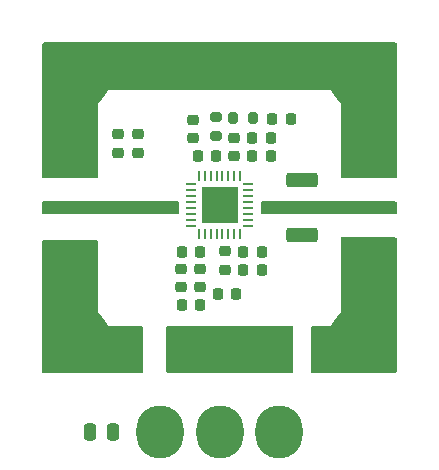
<source format=gbr>
%TF.GenerationSoftware,KiCad,Pcbnew,(6.0.5)*%
%TF.CreationDate,2025-03-15T15:53:08+01:00*%
%TF.ProjectId,PMA5-123-3W,504d4135-2d31-4323-932d-33572e6b6963,rev?*%
%TF.SameCoordinates,Original*%
%TF.FileFunction,Soldermask,Top*%
%TF.FilePolarity,Negative*%
%FSLAX46Y46*%
G04 Gerber Fmt 4.6, Leading zero omitted, Abs format (unit mm)*
G04 Created by KiCad (PCBNEW (6.0.5)) date 2025-03-15 15:53:08*
%MOMM*%
%LPD*%
G01*
G04 APERTURE LIST*
G04 Aperture macros list*
%AMRoundRect*
0 Rectangle with rounded corners*
0 $1 Rounding radius*
0 $2 $3 $4 $5 $6 $7 $8 $9 X,Y pos of 4 corners*
0 Add a 4 corners polygon primitive as box body*
4,1,4,$2,$3,$4,$5,$6,$7,$8,$9,$2,$3,0*
0 Add four circle primitives for the rounded corners*
1,1,$1+$1,$2,$3*
1,1,$1+$1,$4,$5*
1,1,$1+$1,$6,$7*
1,1,$1+$1,$8,$9*
0 Add four rect primitives between the rounded corners*
20,1,$1+$1,$2,$3,$4,$5,0*
20,1,$1+$1,$4,$5,$6,$7,0*
20,1,$1+$1,$6,$7,$8,$9,0*
20,1,$1+$1,$8,$9,$2,$3,0*%
G04 Aperture macros list end*
%ADD10RoundRect,0.225000X0.225000X0.250000X-0.225000X0.250000X-0.225000X-0.250000X0.225000X-0.250000X0*%
%ADD11RoundRect,0.062500X0.375000X0.062500X-0.375000X0.062500X-0.375000X-0.062500X0.375000X-0.062500X0*%
%ADD12RoundRect,0.062500X0.062500X0.375000X-0.062500X0.375000X-0.062500X-0.375000X0.062500X-0.375000X0*%
%ADD13R,3.100000X3.100000*%
%ADD14RoundRect,0.225000X-0.250000X0.225000X-0.250000X-0.225000X0.250000X-0.225000X0.250000X0.225000X0*%
%ADD15RoundRect,0.225000X-0.225000X-0.250000X0.225000X-0.250000X0.225000X0.250000X-0.225000X0.250000X0*%
%ADD16RoundRect,0.225000X0.250000X-0.225000X0.250000X0.225000X-0.250000X0.225000X-0.250000X-0.225000X0*%
%ADD17RoundRect,0.218750X0.218750X0.256250X-0.218750X0.256250X-0.218750X-0.256250X0.218750X-0.256250X0*%
%ADD18R,4.700000X1.100000*%
%ADD19R,4.700000X4.000000*%
%ADD20C,0.800000*%
%ADD21C,5.400000*%
%ADD22RoundRect,0.250000X-1.075000X0.362500X-1.075000X-0.362500X1.075000X-0.362500X1.075000X0.362500X0*%
%ADD23RoundRect,0.200000X0.200000X0.275000X-0.200000X0.275000X-0.200000X-0.275000X0.200000X-0.275000X0*%
%ADD24RoundRect,0.218750X0.256250X-0.218750X0.256250X0.218750X-0.256250X0.218750X-0.256250X-0.218750X0*%
%ADD25O,4.000000X4.500000*%
%ADD26RoundRect,0.250000X0.250000X0.475000X-0.250000X0.475000X-0.250000X-0.475000X0.250000X-0.475000X0*%
%ADD27RoundRect,0.200000X0.275000X-0.200000X0.275000X0.200000X-0.275000X0.200000X-0.275000X-0.200000X0*%
G04 APERTURE END LIST*
D10*
%TO.C,C16*%
X170725000Y-46612740D03*
X169175000Y-46612740D03*
%TD*%
D11*
%TO.C,U4*%
X173437500Y-52500000D03*
X173437500Y-52000000D03*
X173437500Y-51500000D03*
X173437500Y-51000000D03*
X173437500Y-50500000D03*
X173437500Y-50000000D03*
X173437500Y-49500000D03*
X173437500Y-49000000D03*
D12*
X172750000Y-48312500D03*
X172250000Y-48312500D03*
X171750000Y-48312500D03*
X171250000Y-48312500D03*
X170750000Y-48312500D03*
X170250000Y-48312500D03*
X169750000Y-48312500D03*
X169250000Y-48312500D03*
D11*
X168562500Y-49000000D03*
X168562500Y-49500000D03*
X168562500Y-50000000D03*
X168562500Y-50500000D03*
X168562500Y-51000000D03*
X168562500Y-51500000D03*
X168562500Y-52000000D03*
X168562500Y-52500000D03*
D12*
X169250000Y-53187500D03*
X169750000Y-53187500D03*
X170250000Y-53187500D03*
X170750000Y-53187500D03*
X171250000Y-53187500D03*
X171750000Y-53187500D03*
X172250000Y-53187500D03*
X172750000Y-53187500D03*
D13*
X171000000Y-50750000D03*
%TD*%
D14*
%TO.C,C18*%
X167775000Y-56175000D03*
X167775000Y-57725000D03*
%TD*%
D15*
%TO.C,C13*%
X175475000Y-43500000D03*
X177025000Y-43500000D03*
%TD*%
D16*
%TO.C,C19*%
X164100000Y-46325000D03*
X164100000Y-44775000D03*
%TD*%
D17*
%TO.C,L1*%
X172412500Y-58300000D03*
X170837500Y-58300000D03*
%TD*%
D18*
%TO.C,J3*%
X183640000Y-51000000D03*
D19*
X183640000Y-55750000D03*
X183640000Y-46250000D03*
%TD*%
D20*
%TO.C,H5*%
X157568109Y-60568109D03*
X161025000Y-62000000D03*
X159000000Y-64025000D03*
X160431891Y-63431891D03*
X159000000Y-59975000D03*
X156975000Y-62000000D03*
X160431891Y-60568109D03*
X157568109Y-63431891D03*
D21*
X159000000Y-62000000D03*
%TD*%
D15*
%TO.C,C6*%
X173025000Y-56300000D03*
X174575000Y-56300000D03*
%TD*%
D22*
%TO.C,R13*%
X178000000Y-48687500D03*
X178000000Y-53312500D03*
%TD*%
D14*
%TO.C,C14*%
X171500000Y-54675000D03*
X171500000Y-56225000D03*
%TD*%
D16*
%TO.C,C8*%
X172237740Y-46637740D03*
X172237740Y-45087740D03*
%TD*%
D20*
%TO.C,H1*%
X183000000Y-37975000D03*
X184431891Y-41431891D03*
X184431891Y-38568109D03*
X181568109Y-41431891D03*
X180975000Y-40000000D03*
X183000000Y-42025000D03*
X185025000Y-40000000D03*
D21*
X183000000Y-40000000D03*
D20*
X181568109Y-38568109D03*
%TD*%
%TO.C,H4*%
X160431891Y-38568109D03*
X160431891Y-41431891D03*
X159000000Y-42025000D03*
X157568109Y-38568109D03*
X161025000Y-40000000D03*
X159000000Y-37975000D03*
X157568109Y-41431891D03*
X156975000Y-40000000D03*
D21*
X159000000Y-40000000D03*
%TD*%
D23*
%TO.C,R5*%
X173812740Y-43400000D03*
X172162740Y-43400000D03*
%TD*%
D15*
%TO.C,C11*%
X173025000Y-54700000D03*
X174575000Y-54700000D03*
%TD*%
D24*
%TO.C,L2*%
X169350000Y-57725000D03*
X169350000Y-56150000D03*
%TD*%
D25*
%TO.C,J1*%
X176000000Y-70000000D03*
X171000000Y-70000000D03*
X166000000Y-70000000D03*
%TD*%
D10*
%TO.C,C10*%
X169375000Y-59212500D03*
X167825000Y-59212500D03*
%TD*%
D15*
%TO.C,C7*%
X173775000Y-46650000D03*
X175325000Y-46650000D03*
%TD*%
D18*
%TO.C,J5*%
X158360000Y-51000000D03*
D19*
X158360000Y-55750000D03*
X158360000Y-46250000D03*
%TD*%
D16*
%TO.C,C20*%
X162400000Y-46325000D03*
X162400000Y-44775000D03*
%TD*%
D15*
%TO.C,C4*%
X173775000Y-45050000D03*
X175325000Y-45050000D03*
%TD*%
D26*
%TO.C,C1*%
X161950000Y-70000000D03*
X160050000Y-70000000D03*
%TD*%
D14*
%TO.C,C15*%
X168770000Y-43565000D03*
X168770000Y-45115000D03*
%TD*%
D27*
%TO.C,R8*%
X170700000Y-44925000D03*
X170700000Y-43275000D03*
%TD*%
D10*
%TO.C,C17*%
X169350000Y-54700000D03*
X167800000Y-54700000D03*
%TD*%
D20*
%TO.C,H6*%
X181568109Y-63431891D03*
X181568109Y-60568109D03*
X183000000Y-64025000D03*
X184431891Y-63431891D03*
X183000000Y-59975000D03*
X180975000Y-62000000D03*
X184431891Y-60568109D03*
X185025000Y-62000000D03*
D21*
X183000000Y-62000000D03*
%TD*%
G36*
X185942121Y-50470002D02*
G01*
X185988614Y-50523658D01*
X186000000Y-50576000D01*
X186000000Y-51424000D01*
X185979998Y-51492121D01*
X185926342Y-51538614D01*
X185874000Y-51550000D01*
X174626000Y-51550000D01*
X174557879Y-51529998D01*
X174511386Y-51476342D01*
X174500000Y-51424000D01*
X174500000Y-50576000D01*
X174520002Y-50507879D01*
X174573658Y-50461386D01*
X174626000Y-50450000D01*
X185874000Y-50450000D01*
X185942121Y-50470002D01*
G37*
G36*
X160692121Y-53770002D02*
G01*
X160738614Y-53823658D01*
X160750000Y-53876000D01*
X160750000Y-60981885D01*
X160754475Y-60997124D01*
X160755865Y-60998329D01*
X160763548Y-61000000D01*
X164374000Y-61000000D01*
X164442121Y-61020002D01*
X164488614Y-61073658D01*
X164500000Y-61126000D01*
X164500000Y-64874000D01*
X164479998Y-64942121D01*
X164426342Y-64988614D01*
X164374000Y-65000000D01*
X156126000Y-65000000D01*
X156057879Y-64979998D01*
X156011386Y-64926342D01*
X156000000Y-64874000D01*
X156000000Y-53876000D01*
X156020002Y-53807879D01*
X156073658Y-53761386D01*
X156126000Y-53750000D01*
X160624000Y-53750000D01*
X160692121Y-53770002D01*
G37*
G36*
X177192121Y-61020002D02*
G01*
X177238614Y-61073658D01*
X177250000Y-61126000D01*
X177250000Y-64874000D01*
X177229998Y-64942121D01*
X177176342Y-64988614D01*
X177124000Y-65000000D01*
X166626000Y-65000000D01*
X166557879Y-64979998D01*
X166511386Y-64926342D01*
X166500000Y-64874000D01*
X166500000Y-61126000D01*
X166520002Y-61057879D01*
X166573658Y-61011386D01*
X166626000Y-61000000D01*
X177124000Y-61000000D01*
X177192121Y-61020002D01*
G37*
G36*
X185942121Y-53520002D02*
G01*
X185988614Y-53573658D01*
X186000000Y-53626000D01*
X186000000Y-64874000D01*
X185979998Y-64942121D01*
X185926342Y-64988614D01*
X185874000Y-65000000D01*
X178876000Y-65000000D01*
X178807879Y-64979998D01*
X178761386Y-64926342D01*
X178750000Y-64874000D01*
X178750000Y-61126000D01*
X178770002Y-61057879D01*
X178823658Y-61011386D01*
X178876000Y-61000000D01*
X181231885Y-61000000D01*
X181247124Y-60995525D01*
X181248329Y-60994135D01*
X181250000Y-60986452D01*
X181250000Y-53626000D01*
X181270002Y-53557879D01*
X181323658Y-53511386D01*
X181376000Y-53500000D01*
X185874000Y-53500000D01*
X185942121Y-53520002D01*
G37*
G36*
X185942121Y-37020002D02*
G01*
X185988614Y-37073658D01*
X186000000Y-37126000D01*
X186000000Y-48374000D01*
X185979998Y-48442121D01*
X185926342Y-48488614D01*
X185874000Y-48500000D01*
X181376000Y-48500000D01*
X181307879Y-48479998D01*
X181261386Y-48426342D01*
X181250000Y-48374000D01*
X181250000Y-41018115D01*
X181245525Y-41002876D01*
X181244135Y-41001671D01*
X181236452Y-41000000D01*
X160768115Y-41000000D01*
X160752876Y-41004475D01*
X160751671Y-41005865D01*
X160750000Y-41013548D01*
X160750000Y-48374000D01*
X160729998Y-48442121D01*
X160676342Y-48488614D01*
X160624000Y-48500000D01*
X156126000Y-48500000D01*
X156057879Y-48479998D01*
X156011386Y-48426342D01*
X156000000Y-48374000D01*
X156000000Y-37126000D01*
X156020002Y-37057879D01*
X156073658Y-37011386D01*
X156126000Y-37000000D01*
X185874000Y-37000000D01*
X185942121Y-37020002D01*
G37*
G36*
X167542121Y-50470002D02*
G01*
X167588614Y-50523658D01*
X167600000Y-50576000D01*
X167600000Y-51424000D01*
X167579998Y-51492121D01*
X167526342Y-51538614D01*
X167474000Y-51550000D01*
X156126000Y-51550000D01*
X156057879Y-51529998D01*
X156011386Y-51476342D01*
X156000000Y-51424000D01*
X156000000Y-50576000D01*
X156020002Y-50507879D01*
X156073658Y-50461386D01*
X156126000Y-50450000D01*
X167474000Y-50450000D01*
X167542121Y-50470002D01*
G37*
M02*

</source>
